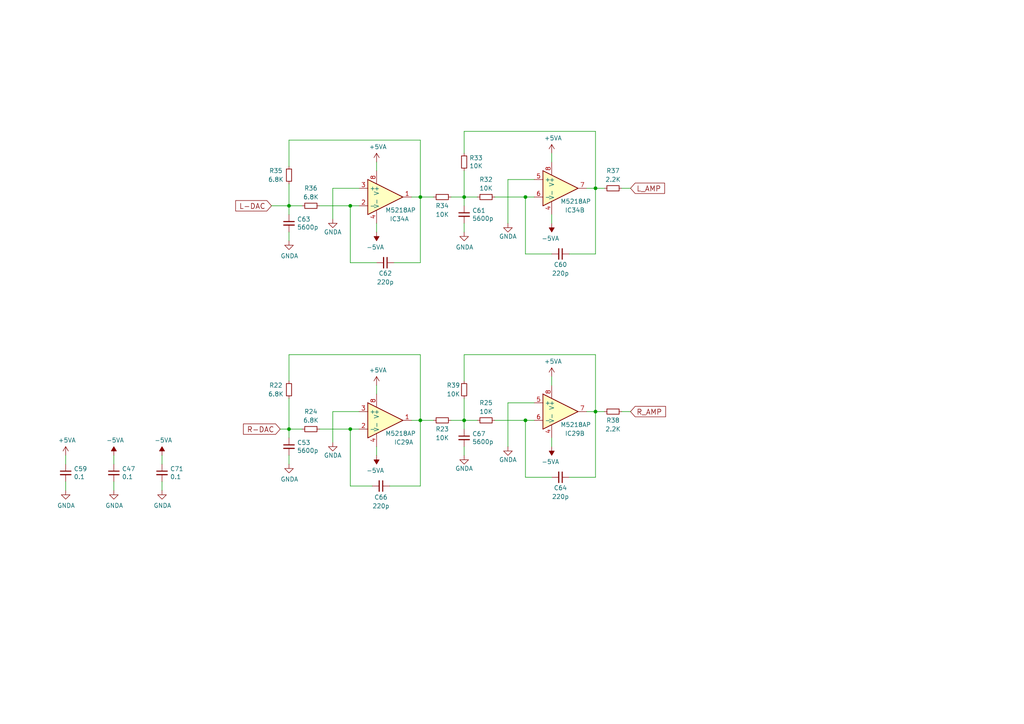
<source format=kicad_sch>
(kicad_sch (version 20211123) (generator eeschema)

  (uuid b0b40da2-8918-4f0b-b11b-1408b929feb5)

  (paper "A4")

  (title_block
    (title "LAPC-I Clone")
  )

  (lib_symbols
    (symbol "Device:C_Small" (pin_numbers hide) (pin_names (offset 0.254) hide) (in_bom yes) (on_board yes)
      (property "Reference" "C" (id 0) (at 0.254 1.778 0)
        (effects (font (size 1.27 1.27)) (justify left))
      )
      (property "Value" "C_Small" (id 1) (at 0.254 -2.032 0)
        (effects (font (size 1.27 1.27)) (justify left))
      )
      (property "Footprint" "" (id 2) (at 0 0 0)
        (effects (font (size 1.27 1.27)) hide)
      )
      (property "Datasheet" "~" (id 3) (at 0 0 0)
        (effects (font (size 1.27 1.27)) hide)
      )
      (property "ki_keywords" "capacitor cap" (id 4) (at 0 0 0)
        (effects (font (size 1.27 1.27)) hide)
      )
      (property "ki_description" "Unpolarized capacitor, small symbol" (id 5) (at 0 0 0)
        (effects (font (size 1.27 1.27)) hide)
      )
      (property "ki_fp_filters" "C_*" (id 6) (at 0 0 0)
        (effects (font (size 1.27 1.27)) hide)
      )
      (symbol "C_Small_0_1"
        (polyline
          (pts
            (xy -1.524 -0.508)
            (xy 1.524 -0.508)
          )
          (stroke (width 0.3302) (type default) (color 0 0 0 0))
          (fill (type none))
        )
        (polyline
          (pts
            (xy -1.524 0.508)
            (xy 1.524 0.508)
          )
          (stroke (width 0.3048) (type default) (color 0 0 0 0))
          (fill (type none))
        )
      )
      (symbol "C_Small_1_1"
        (pin passive line (at 0 2.54 270) (length 2.032)
          (name "~" (effects (font (size 1.27 1.27))))
          (number "1" (effects (font (size 1.27 1.27))))
        )
        (pin passive line (at 0 -2.54 90) (length 2.032)
          (name "~" (effects (font (size 1.27 1.27))))
          (number "2" (effects (font (size 1.27 1.27))))
        )
      )
    )
    (symbol "Device:R_Small" (pin_numbers hide) (pin_names (offset 0.254) hide) (in_bom yes) (on_board yes)
      (property "Reference" "R" (id 0) (at 0.762 0.508 0)
        (effects (font (size 1.27 1.27)) (justify left))
      )
      (property "Value" "R_Small" (id 1) (at 0.762 -1.016 0)
        (effects (font (size 1.27 1.27)) (justify left))
      )
      (property "Footprint" "" (id 2) (at 0 0 0)
        (effects (font (size 1.27 1.27)) hide)
      )
      (property "Datasheet" "~" (id 3) (at 0 0 0)
        (effects (font (size 1.27 1.27)) hide)
      )
      (property "ki_keywords" "R resistor" (id 4) (at 0 0 0)
        (effects (font (size 1.27 1.27)) hide)
      )
      (property "ki_description" "Resistor, small symbol" (id 5) (at 0 0 0)
        (effects (font (size 1.27 1.27)) hide)
      )
      (property "ki_fp_filters" "R_*" (id 6) (at 0 0 0)
        (effects (font (size 1.27 1.27)) hide)
      )
      (symbol "R_Small_0_1"
        (rectangle (start -0.762 1.778) (end 0.762 -1.778)
          (stroke (width 0.2032) (type default) (color 0 0 0 0))
          (fill (type none))
        )
      )
      (symbol "R_Small_1_1"
        (pin passive line (at 0 2.54 270) (length 0.762)
          (name "~" (effects (font (size 1.27 1.27))))
          (number "1" (effects (font (size 1.27 1.27))))
        )
        (pin passive line (at 0 -2.54 90) (length 0.762)
          (name "~" (effects (font (size 1.27 1.27))))
          (number "2" (effects (font (size 1.27 1.27))))
        )
      )
    )
    (symbol "lapci_clone:M5218AP" (in_bom yes) (on_board yes)
      (property "Reference" "U" (id 0) (at 0 5.08 0)
        (effects (font (size 1.27 1.27)) (justify left))
      )
      (property "Value" "M5218AP" (id 1) (at 0 -5.08 0)
        (effects (font (size 1.27 1.27)) (justify left))
      )
      (property "Footprint" "Package_DIP:DIP-8_W7.62mm" (id 2) (at -1.27 2.54 0)
        (effects (font (size 1.27 1.27)) hide)
      )
      (property "Datasheet" "" (id 3) (at 1.27 5.08 0)
        (effects (font (size 1.27 1.27)) hide)
      )
      (symbol "M5218AP_0_1"
        (polyline
          (pts
            (xy -5.08 5.08)
            (xy 5.08 0)
            (xy -5.08 -5.08)
            (xy -5.08 5.08)
          )
          (stroke (width 0.254) (type default) (color 0 0 0 0))
          (fill (type background))
        )
        (pin power_in line (at -2.54 -7.62 90) (length 3.81)
          (name "V-" (effects (font (size 1.27 1.27))))
          (number "4" (effects (font (size 1.27 1.27))))
        )
        (pin power_in line (at -2.54 7.62 270) (length 3.81)
          (name "V+" (effects (font (size 1.27 1.27))))
          (number "8" (effects (font (size 1.27 1.27))))
        )
      )
      (symbol "M5218AP_1_1"
        (pin output line (at 7.62 0 180) (length 2.54)
          (name "~" (effects (font (size 1.27 1.27))))
          (number "1" (effects (font (size 1.27 1.27))))
        )
        (pin input line (at -7.62 -2.54 0) (length 2.54)
          (name "-" (effects (font (size 1.27 1.27))))
          (number "2" (effects (font (size 1.27 1.27))))
        )
        (pin input line (at -7.62 2.54 0) (length 2.54)
          (name "+" (effects (font (size 1.27 1.27))))
          (number "3" (effects (font (size 1.27 1.27))))
        )
      )
      (symbol "M5218AP_2_1"
        (pin input line (at -7.62 2.54 0) (length 2.54)
          (name "+" (effects (font (size 1.27 1.27))))
          (number "5" (effects (font (size 1.27 1.27))))
        )
        (pin input line (at -7.62 -2.54 0) (length 2.54)
          (name "-" (effects (font (size 1.27 1.27))))
          (number "6" (effects (font (size 1.27 1.27))))
        )
        (pin output line (at 7.62 0 180) (length 2.54)
          (name "~" (effects (font (size 1.27 1.27))))
          (number "7" (effects (font (size 1.27 1.27))))
        )
      )
    )
    (symbol "power:+5VA" (power) (pin_names (offset 0)) (in_bom yes) (on_board yes)
      (property "Reference" "#PWR" (id 0) (at 0 -3.81 0)
        (effects (font (size 1.27 1.27)) hide)
      )
      (property "Value" "+5VA" (id 1) (at 0 3.556 0)
        (effects (font (size 1.27 1.27)))
      )
      (property "Footprint" "" (id 2) (at 0 0 0)
        (effects (font (size 1.27 1.27)) hide)
      )
      (property "Datasheet" "" (id 3) (at 0 0 0)
        (effects (font (size 1.27 1.27)) hide)
      )
      (property "ki_keywords" "power-flag" (id 4) (at 0 0 0)
        (effects (font (size 1.27 1.27)) hide)
      )
      (property "ki_description" "Power symbol creates a global label with name \"+5VA\"" (id 5) (at 0 0 0)
        (effects (font (size 1.27 1.27)) hide)
      )
      (symbol "+5VA_0_1"
        (polyline
          (pts
            (xy -0.762 1.27)
            (xy 0 2.54)
          )
          (stroke (width 0) (type default) (color 0 0 0 0))
          (fill (type none))
        )
        (polyline
          (pts
            (xy 0 0)
            (xy 0 2.54)
          )
          (stroke (width 0) (type default) (color 0 0 0 0))
          (fill (type none))
        )
        (polyline
          (pts
            (xy 0 2.54)
            (xy 0.762 1.27)
          )
          (stroke (width 0) (type default) (color 0 0 0 0))
          (fill (type none))
        )
      )
      (symbol "+5VA_1_1"
        (pin power_in line (at 0 0 90) (length 0) hide
          (name "+5VA" (effects (font (size 1.27 1.27))))
          (number "1" (effects (font (size 1.27 1.27))))
        )
      )
    )
    (symbol "power:-5VA" (power) (pin_names (offset 0)) (in_bom yes) (on_board yes)
      (property "Reference" "#PWR" (id 0) (at 0 2.54 0)
        (effects (font (size 1.27 1.27)) hide)
      )
      (property "Value" "-5VA" (id 1) (at 0 3.81 0)
        (effects (font (size 1.27 1.27)))
      )
      (property "Footprint" "" (id 2) (at 0 0 0)
        (effects (font (size 1.27 1.27)) hide)
      )
      (property "Datasheet" "" (id 3) (at 0 0 0)
        (effects (font (size 1.27 1.27)) hide)
      )
      (property "ki_keywords" "power-flag" (id 4) (at 0 0 0)
        (effects (font (size 1.27 1.27)) hide)
      )
      (property "ki_description" "Power symbol creates a global label with name \"-5VA\"" (id 5) (at 0 0 0)
        (effects (font (size 1.27 1.27)) hide)
      )
      (symbol "-5VA_0_0"
        (pin power_in line (at 0 0 90) (length 0) hide
          (name "-5VA" (effects (font (size 1.27 1.27))))
          (number "1" (effects (font (size 1.27 1.27))))
        )
      )
      (symbol "-5VA_0_1"
        (polyline
          (pts
            (xy 0 0)
            (xy 0 1.27)
            (xy 0.762 1.27)
            (xy 0 2.54)
            (xy -0.762 1.27)
            (xy 0 1.27)
          )
          (stroke (width 0) (type default) (color 0 0 0 0))
          (fill (type outline))
        )
      )
    )
    (symbol "power:GNDA" (power) (pin_names (offset 0)) (in_bom yes) (on_board yes)
      (property "Reference" "#PWR" (id 0) (at 0 -6.35 0)
        (effects (font (size 1.27 1.27)) hide)
      )
      (property "Value" "GNDA" (id 1) (at 0 -3.81 0)
        (effects (font (size 1.27 1.27)))
      )
      (property "Footprint" "" (id 2) (at 0 0 0)
        (effects (font (size 1.27 1.27)) hide)
      )
      (property "Datasheet" "" (id 3) (at 0 0 0)
        (effects (font (size 1.27 1.27)) hide)
      )
      (property "ki_keywords" "power-flag" (id 4) (at 0 0 0)
        (effects (font (size 1.27 1.27)) hide)
      )
      (property "ki_description" "Power symbol creates a global label with name \"GNDA\" , analog ground" (id 5) (at 0 0 0)
        (effects (font (size 1.27 1.27)) hide)
      )
      (symbol "GNDA_0_1"
        (polyline
          (pts
            (xy 0 0)
            (xy 0 -1.27)
            (xy 1.27 -1.27)
            (xy 0 -2.54)
            (xy -1.27 -1.27)
            (xy 0 -1.27)
          )
          (stroke (width 0) (type default) (color 0 0 0 0))
          (fill (type none))
        )
      )
      (symbol "GNDA_1_1"
        (pin power_in line (at 0 0 270) (length 0) hide
          (name "GNDA" (effects (font (size 1.27 1.27))))
          (number "1" (effects (font (size 1.27 1.27))))
        )
      )
    )
  )

  (junction (at 172.72 54.61) (diameter 0) (color 0 0 0 0)
    (uuid 111c2bf6-9865-4ea4-a9f9-1702355a872d)
  )
  (junction (at 83.82 124.46) (diameter 0) (color 0 0 0 0)
    (uuid 1e0743f9-25f1-4e27-8ba3-1bbc1755dc6c)
  )
  (junction (at 121.92 57.15) (diameter 0) (color 0 0 0 0)
    (uuid 310e28e7-f7b1-4197-b25d-4003c7dcabae)
  )
  (junction (at 152.4 121.92) (diameter 0) (color 0 0 0 0)
    (uuid 45b2cd71-50dd-4f61-80ce-9a5382fe6dd4)
  )
  (junction (at 172.72 119.38) (diameter 0) (color 0 0 0 0)
    (uuid 481d8c49-260f-40f8-9d7a-177fecb9140f)
  )
  (junction (at 152.4 57.15) (diameter 0) (color 0 0 0 0)
    (uuid 494a6b97-f33e-4834-b724-0c3a3ff54317)
  )
  (junction (at 134.62 57.15) (diameter 0) (color 0 0 0 0)
    (uuid 4dfbe524-132d-43d4-8ae0-9aa2f72df70b)
  )
  (junction (at 101.6 124.46) (diameter 0) (color 0 0 0 0)
    (uuid 57a07bfe-e0c8-4178-9efc-c658d0aa0c5b)
  )
  (junction (at 83.82 59.69) (diameter 0) (color 0 0 0 0)
    (uuid 971c1271-0f6f-46b9-8494-7107930ab4af)
  )
  (junction (at 134.62 121.92) (diameter 0) (color 0 0 0 0)
    (uuid a56d1fde-b4ad-42de-a848-9c94bc0cbe09)
  )
  (junction (at 121.92 121.92) (diameter 0) (color 0 0 0 0)
    (uuid c77559f1-9310-438e-bb42-9cac3de0d116)
  )
  (junction (at 101.6 59.69) (diameter 0) (color 0 0 0 0)
    (uuid cdb2878b-f702-4635-9e4c-1cc8cfe5a84c)
  )

  (wire (pts (xy 78.74 59.69) (xy 83.82 59.69))
    (stroke (width 0) (type default) (color 0 0 0 0))
    (uuid 03ae5596-bc68-4919-b712-a127d93338cc)
  )
  (wire (pts (xy 96.52 54.61) (xy 104.14 54.61))
    (stroke (width 0) (type default) (color 0 0 0 0))
    (uuid 06691abe-4a61-4d84-ab64-63ace23bf8b5)
  )
  (wire (pts (xy 101.6 124.46) (xy 104.14 124.46))
    (stroke (width 0) (type default) (color 0 0 0 0))
    (uuid 0850d44a-6bde-4886-b872-ef2fda5e1590)
  )
  (wire (pts (xy 134.62 44.45) (xy 134.62 38.1))
    (stroke (width 0) (type default) (color 0 0 0 0))
    (uuid 1002411f-a485-468c-981b-cec2ce41d8bd)
  )
  (wire (pts (xy 83.82 102.87) (xy 121.92 102.87))
    (stroke (width 0) (type default) (color 0 0 0 0))
    (uuid 11896c2c-8771-4362-a4aa-2f8901fb1bc7)
  )
  (wire (pts (xy 119.38 121.92) (xy 121.92 121.92))
    (stroke (width 0) (type default) (color 0 0 0 0))
    (uuid 12eac6d1-24b8-4ea7-b275-251ba8bf5245)
  )
  (wire (pts (xy 134.62 121.92) (xy 138.43 121.92))
    (stroke (width 0) (type default) (color 0 0 0 0))
    (uuid 190829cf-8172-400f-bba0-21761cc942eb)
  )
  (wire (pts (xy 134.62 38.1) (xy 172.72 38.1))
    (stroke (width 0) (type default) (color 0 0 0 0))
    (uuid 1a0c5194-0d7e-4fcc-a11d-049fac80c4dc)
  )
  (wire (pts (xy 121.92 40.64) (xy 83.82 40.64))
    (stroke (width 0) (type default) (color 0 0 0 0))
    (uuid 1aa01b33-85ec-45ea-bfaa-b88738576f2f)
  )
  (wire (pts (xy 165.1 138.43) (xy 172.72 138.43))
    (stroke (width 0) (type default) (color 0 0 0 0))
    (uuid 1b6f5437-7cc3-4fb0-a914-07fa3cdc968c)
  )
  (wire (pts (xy 147.32 52.07) (xy 147.32 64.77))
    (stroke (width 0) (type default) (color 0 0 0 0))
    (uuid 1b73c962-e471-4ec3-ab97-9114c97a5609)
  )
  (wire (pts (xy 160.02 109.22) (xy 160.02 111.76))
    (stroke (width 0) (type default) (color 0 0 0 0))
    (uuid 1c6c46b2-dd9e-430f-85e9-621815ceca94)
  )
  (wire (pts (xy 172.72 138.43) (xy 172.72 119.38))
    (stroke (width 0) (type default) (color 0 0 0 0))
    (uuid 226748a0-9c54-4438-a724-741c7846a7bf)
  )
  (wire (pts (xy 152.4 57.15) (xy 152.4 73.66))
    (stroke (width 0) (type default) (color 0 0 0 0))
    (uuid 24e41c56-597e-4023-adfa-f1d5bfd2a519)
  )
  (wire (pts (xy 170.18 119.38) (xy 172.72 119.38))
    (stroke (width 0) (type default) (color 0 0 0 0))
    (uuid 28aab436-a04a-4f1d-a887-4f09513fdc8a)
  )
  (wire (pts (xy 96.52 119.38) (xy 104.14 119.38))
    (stroke (width 0) (type default) (color 0 0 0 0))
    (uuid 2a6f1b1e-6809-43d7-b0c5-e4424e33d333)
  )
  (wire (pts (xy 83.82 102.87) (xy 83.82 110.49))
    (stroke (width 0) (type default) (color 0 0 0 0))
    (uuid 2df83ebe-1ddf-4544-b413-d0b7b3d7c49e)
  )
  (wire (pts (xy 172.72 102.87) (xy 172.72 119.38))
    (stroke (width 0) (type default) (color 0 0 0 0))
    (uuid 2edba9d3-c333-4296-851f-3df46822dd7b)
  )
  (wire (pts (xy 83.82 124.46) (xy 87.63 124.46))
    (stroke (width 0) (type default) (color 0 0 0 0))
    (uuid 2f9c4e12-0101-4393-8a50-030440ea6a07)
  )
  (wire (pts (xy 101.6 59.69) (xy 92.71 59.69))
    (stroke (width 0) (type default) (color 0 0 0 0))
    (uuid 311a70eb-5859-4da6-8fe4-344b06368e0f)
  )
  (wire (pts (xy 109.22 46.99) (xy 109.22 49.53))
    (stroke (width 0) (type default) (color 0 0 0 0))
    (uuid 33193802-955d-4a94-98cf-a3ed27526865)
  )
  (wire (pts (xy 109.22 111.76) (xy 109.22 114.3))
    (stroke (width 0) (type default) (color 0 0 0 0))
    (uuid 3520b9bf-2dfc-4868-a650-86ff98682e83)
  )
  (wire (pts (xy 121.92 140.97) (xy 113.03 140.97))
    (stroke (width 0) (type default) (color 0 0 0 0))
    (uuid 3bced514-7c6a-4929-a2f4-97c9dfd34def)
  )
  (wire (pts (xy 121.92 102.87) (xy 121.92 121.92))
    (stroke (width 0) (type default) (color 0 0 0 0))
    (uuid 3e1cb3e4-d855-414e-b1ff-d8f86a215960)
  )
  (wire (pts (xy 92.71 124.46) (xy 101.6 124.46))
    (stroke (width 0) (type default) (color 0 0 0 0))
    (uuid 3e82ba62-7189-4489-87d5-60db49657901)
  )
  (wire (pts (xy 134.62 121.92) (xy 134.62 124.46))
    (stroke (width 0) (type default) (color 0 0 0 0))
    (uuid 3fe74e96-d630-4db9-83b3-437a4cba15b4)
  )
  (wire (pts (xy 143.51 57.15) (xy 152.4 57.15))
    (stroke (width 0) (type default) (color 0 0 0 0))
    (uuid 415d6a7d-98b2-4d17-b46f-6f38749a3ba2)
  )
  (wire (pts (xy 121.92 57.15) (xy 121.92 40.64))
    (stroke (width 0) (type default) (color 0 0 0 0))
    (uuid 4362e6ac-6290-4071-922f-911c69fdd561)
  )
  (wire (pts (xy 81.28 124.46) (xy 83.82 124.46))
    (stroke (width 0) (type default) (color 0 0 0 0))
    (uuid 443b842e-cdd6-495f-a7fb-0cef04c17274)
  )
  (wire (pts (xy 180.34 54.61) (xy 182.88 54.61))
    (stroke (width 0) (type default) (color 0 0 0 0))
    (uuid 446c08d7-8986-4d18-8f0f-30d613706dfc)
  )
  (wire (pts (xy 134.62 64.77) (xy 134.62 67.31))
    (stroke (width 0) (type default) (color 0 0 0 0))
    (uuid 4b8ea754-7305-433d-91ba-90a4340e15a7)
  )
  (wire (pts (xy 83.82 40.64) (xy 83.82 48.26))
    (stroke (width 0) (type default) (color 0 0 0 0))
    (uuid 4d759aa0-1145-43ae-a507-a45f6fc89e2a)
  )
  (wire (pts (xy 109.22 129.54) (xy 109.22 132.08))
    (stroke (width 0) (type default) (color 0 0 0 0))
    (uuid 506110af-ac51-4501-bfa6-1552a848d599)
  )
  (wire (pts (xy 147.32 116.84) (xy 147.32 129.54))
    (stroke (width 0) (type default) (color 0 0 0 0))
    (uuid 510813ff-4301-4d7b-b640-805049ac6194)
  )
  (wire (pts (xy 134.62 57.15) (xy 138.43 57.15))
    (stroke (width 0) (type default) (color 0 0 0 0))
    (uuid 52fe3400-bf18-4fe5-aa6e-2be779b65697)
  )
  (wire (pts (xy 134.62 129.54) (xy 134.62 132.08))
    (stroke (width 0) (type default) (color 0 0 0 0))
    (uuid 5379d081-922a-4828-9d43-7b2f2572d06c)
  )
  (wire (pts (xy 152.4 73.66) (xy 160.02 73.66))
    (stroke (width 0) (type default) (color 0 0 0 0))
    (uuid 5632ff9d-82e3-45b5-a86b-5a4683beef51)
  )
  (wire (pts (xy 83.82 59.69) (xy 83.82 62.23))
    (stroke (width 0) (type default) (color 0 0 0 0))
    (uuid 570ee06f-38f1-44a9-ae2b-f08cf56305e0)
  )
  (wire (pts (xy 160.02 44.45) (xy 160.02 46.99))
    (stroke (width 0) (type default) (color 0 0 0 0))
    (uuid 5bf032d7-1ed3-461e-8d9e-98362eeab2a2)
  )
  (wire (pts (xy 134.62 57.15) (xy 134.62 59.69))
    (stroke (width 0) (type default) (color 0 0 0 0))
    (uuid 5c080aa7-74cc-491d-a4fa-a35e9d41b2a9)
  )
  (wire (pts (xy 172.72 119.38) (xy 175.26 119.38))
    (stroke (width 0) (type default) (color 0 0 0 0))
    (uuid 5cdb2718-315e-4c06-804f-561b680e75ba)
  )
  (wire (pts (xy 134.62 110.49) (xy 134.62 102.87))
    (stroke (width 0) (type default) (color 0 0 0 0))
    (uuid 5d9cc826-4756-4365-b769-24e883398d0a)
  )
  (wire (pts (xy 143.51 121.92) (xy 152.4 121.92))
    (stroke (width 0) (type default) (color 0 0 0 0))
    (uuid 5ea450c5-c799-4c49-a77b-90af3b812ea4)
  )
  (wire (pts (xy 152.4 138.43) (xy 160.02 138.43))
    (stroke (width 0) (type default) (color 0 0 0 0))
    (uuid 5edbc061-8621-4c13-864b-a2a2b212044e)
  )
  (wire (pts (xy 172.72 73.66) (xy 172.72 54.61))
    (stroke (width 0) (type default) (color 0 0 0 0))
    (uuid 6b1d6bcd-1928-474b-8dbd-6dab746597ca)
  )
  (wire (pts (xy 147.32 116.84) (xy 154.94 116.84))
    (stroke (width 0) (type default) (color 0 0 0 0))
    (uuid 6e23d37a-3804-4cb0-9f56-ede150eedda5)
  )
  (wire (pts (xy 152.4 57.15) (xy 154.94 57.15))
    (stroke (width 0) (type default) (color 0 0 0 0))
    (uuid 7112d2ae-7915-4f1a-aae6-e71244f669d8)
  )
  (wire (pts (xy 134.62 115.57) (xy 134.62 121.92))
    (stroke (width 0) (type default) (color 0 0 0 0))
    (uuid 730780c7-40bd-484b-b640-ae047209b478)
  )
  (wire (pts (xy 33.02 134.62) (xy 33.02 132.08))
    (stroke (width 0) (type default) (color 0 0 0 0))
    (uuid 78502c21-b204-41a4-a74c-663a74be7530)
  )
  (wire (pts (xy 121.92 57.15) (xy 125.73 57.15))
    (stroke (width 0) (type default) (color 0 0 0 0))
    (uuid 7ab8aff0-29e4-4be7-af1f-6a97b7752e20)
  )
  (wire (pts (xy 109.22 64.77) (xy 109.22 67.31))
    (stroke (width 0) (type default) (color 0 0 0 0))
    (uuid 7d6a83ee-b39d-480d-9568-6e909628ec27)
  )
  (wire (pts (xy 121.92 76.2) (xy 114.3 76.2))
    (stroke (width 0) (type default) (color 0 0 0 0))
    (uuid 80f56a42-ff05-4345-8ffd-85584fdb3701)
  )
  (wire (pts (xy 160.02 62.23) (xy 160.02 64.77))
    (stroke (width 0) (type default) (color 0 0 0 0))
    (uuid 86856bef-d161-4600-b8d6-44f81ad42b7c)
  )
  (wire (pts (xy 121.92 121.92) (xy 125.73 121.92))
    (stroke (width 0) (type default) (color 0 0 0 0))
    (uuid 8a118e01-ce68-4cb9-aa2c-69460d69aea9)
  )
  (wire (pts (xy 121.92 57.15) (xy 121.92 76.2))
    (stroke (width 0) (type default) (color 0 0 0 0))
    (uuid 8c65d639-2c7e-432d-bc2d-cd7263d4f689)
  )
  (wire (pts (xy 19.05 139.7) (xy 19.05 142.24))
    (stroke (width 0) (type default) (color 0 0 0 0))
    (uuid 93b580d1-c2df-48c4-9d06-465ca9d3eebc)
  )
  (wire (pts (xy 130.81 57.15) (xy 134.62 57.15))
    (stroke (width 0) (type default) (color 0 0 0 0))
    (uuid 975ad921-d330-495d-a812-58638ba9e7c7)
  )
  (wire (pts (xy 46.99 139.7) (xy 46.99 142.24))
    (stroke (width 0) (type default) (color 0 0 0 0))
    (uuid 97816a30-8562-4b40-bfd6-82faaadf14b2)
  )
  (wire (pts (xy 134.62 102.87) (xy 172.72 102.87))
    (stroke (width 0) (type default) (color 0 0 0 0))
    (uuid 97db24fe-c1f7-4f86-9060-dc632af2d885)
  )
  (wire (pts (xy 160.02 127) (xy 160.02 129.54))
    (stroke (width 0) (type default) (color 0 0 0 0))
    (uuid 9c7af13e-949e-4a55-a6b7-45ef51b4f106)
  )
  (wire (pts (xy 83.82 53.34) (xy 83.82 59.69))
    (stroke (width 0) (type default) (color 0 0 0 0))
    (uuid 9c8b409b-0d1b-49e5-8fed-acd83e0e8b3e)
  )
  (wire (pts (xy 19.05 132.08) (xy 19.05 134.62))
    (stroke (width 0) (type default) (color 0 0 0 0))
    (uuid a1bbbcb7-3394-4d47-a7e2-c5aca5915b62)
  )
  (wire (pts (xy 83.82 67.31) (xy 83.82 69.85))
    (stroke (width 0) (type default) (color 0 0 0 0))
    (uuid ab15be4c-1efb-422a-9053-a5c97ba751b0)
  )
  (wire (pts (xy 130.81 121.92) (xy 134.62 121.92))
    (stroke (width 0) (type default) (color 0 0 0 0))
    (uuid ab3e0d45-ad5b-42a1-ab02-8fee32ad804e)
  )
  (wire (pts (xy 83.82 132.08) (xy 83.82 134.62))
    (stroke (width 0) (type default) (color 0 0 0 0))
    (uuid af4e708f-3ecb-432a-8234-bc33a136a64e)
  )
  (wire (pts (xy 33.02 139.7) (xy 33.02 142.24))
    (stroke (width 0) (type default) (color 0 0 0 0))
    (uuid b2561a4b-5655-4b54-95c4-147a5b85fc10)
  )
  (wire (pts (xy 170.18 54.61) (xy 172.72 54.61))
    (stroke (width 0) (type default) (color 0 0 0 0))
    (uuid b9f8ba78-9b7b-4a7c-8351-c9f145a140ab)
  )
  (wire (pts (xy 96.52 63.5) (xy 96.52 54.61))
    (stroke (width 0) (type default) (color 0 0 0 0))
    (uuid be78c320-66c9-47db-84c6-e07682b2c3ee)
  )
  (wire (pts (xy 83.82 59.69) (xy 87.63 59.69))
    (stroke (width 0) (type default) (color 0 0 0 0))
    (uuid cd74d053-e62a-45a3-9f24-631862f85655)
  )
  (wire (pts (xy 101.6 59.69) (xy 101.6 76.2))
    (stroke (width 0) (type default) (color 0 0 0 0))
    (uuid d0823f78-79d3-470b-87e6-694e750395bc)
  )
  (wire (pts (xy 101.6 76.2) (xy 109.22 76.2))
    (stroke (width 0) (type default) (color 0 0 0 0))
    (uuid d0b8883f-56d3-436a-a178-a658388f963b)
  )
  (wire (pts (xy 134.62 49.53) (xy 134.62 57.15))
    (stroke (width 0) (type default) (color 0 0 0 0))
    (uuid d0f11060-bc65-49c7-b1f8-1ffca12c5c16)
  )
  (wire (pts (xy 172.72 54.61) (xy 175.26 54.61))
    (stroke (width 0) (type default) (color 0 0 0 0))
    (uuid d18dfc73-4f65-499b-85e8-0e65b03fabb2)
  )
  (wire (pts (xy 180.34 119.38) (xy 182.88 119.38))
    (stroke (width 0) (type default) (color 0 0 0 0))
    (uuid d75f1379-cf40-49b3-9b28-2d291ed900e9)
  )
  (wire (pts (xy 101.6 124.46) (xy 101.6 140.97))
    (stroke (width 0) (type default) (color 0 0 0 0))
    (uuid dbc9643b-8b89-4ff3-80f6-063535be3753)
  )
  (wire (pts (xy 46.99 134.62) (xy 46.99 132.08))
    (stroke (width 0) (type default) (color 0 0 0 0))
    (uuid dc4bf440-2891-440b-98cc-4ec7ceadee72)
  )
  (wire (pts (xy 165.1 73.66) (xy 172.72 73.66))
    (stroke (width 0) (type default) (color 0 0 0 0))
    (uuid e41ebddf-cb62-48cb-abb2-1cc22a5eecdd)
  )
  (wire (pts (xy 83.82 124.46) (xy 83.82 127))
    (stroke (width 0) (type default) (color 0 0 0 0))
    (uuid e5e10b7e-d4e1-472a-acd2-b7ba1a3292f0)
  )
  (wire (pts (xy 147.32 52.07) (xy 154.94 52.07))
    (stroke (width 0) (type default) (color 0 0 0 0))
    (uuid e5ef96dd-e14b-40bb-acac-746f5d3aee37)
  )
  (wire (pts (xy 119.38 57.15) (xy 121.92 57.15))
    (stroke (width 0) (type default) (color 0 0 0 0))
    (uuid ec15bc3b-566a-44e3-a715-82c18713a059)
  )
  (wire (pts (xy 152.4 121.92) (xy 154.94 121.92))
    (stroke (width 0) (type default) (color 0 0 0 0))
    (uuid ef996d8d-e885-4c54-b48b-e12cd0bd7e8e)
  )
  (wire (pts (xy 152.4 121.92) (xy 152.4 138.43))
    (stroke (width 0) (type default) (color 0 0 0 0))
    (uuid f09eeb0b-a016-4287-8ed5-683b4c4b51a3)
  )
  (wire (pts (xy 104.14 59.69) (xy 101.6 59.69))
    (stroke (width 0) (type default) (color 0 0 0 0))
    (uuid f47ba0cc-ecae-4aef-a30d-acee22ce59db)
  )
  (wire (pts (xy 101.6 140.97) (xy 107.95 140.97))
    (stroke (width 0) (type default) (color 0 0 0 0))
    (uuid f508a62c-3c21-46de-b321-51b8800cff11)
  )
  (wire (pts (xy 172.72 38.1) (xy 172.72 54.61))
    (stroke (width 0) (type default) (color 0 0 0 0))
    (uuid fb7d0d2c-09e5-46e0-8091-1901472a84d1)
  )
  (wire (pts (xy 83.82 115.57) (xy 83.82 124.46))
    (stroke (width 0) (type default) (color 0 0 0 0))
    (uuid fd52c1ac-e295-4f41-943d-ac9b91f9f1bf)
  )
  (wire (pts (xy 121.92 121.92) (xy 121.92 140.97))
    (stroke (width 0) (type default) (color 0 0 0 0))
    (uuid fedb7d4b-8ca2-493c-b9a1-22e781d6d436)
  )
  (wire (pts (xy 96.52 128.27) (xy 96.52 119.38))
    (stroke (width 0) (type default) (color 0 0 0 0))
    (uuid ff579cc0-821d-40ca-8f3d-8708c2d87acb)
  )

  (global_label "R_AMP" (shape input) (at 182.88 119.38 0) (fields_autoplaced)
    (effects (font (size 1.524 1.524)) (justify left))
    (uuid 83226cf4-4bcb-4755-8744-16fd92f3a724)
    (property "Intersheet References" "${INTERSHEET_REFS}" (id 0) (at 0 0 0)
      (effects (font (size 1.27 1.27)) hide)
    )
  )
  (global_label "L-DAC" (shape input) (at 78.74 59.69 180) (fields_autoplaced)
    (effects (font (size 1.524 1.524)) (justify right))
    (uuid 88b7d164-35a2-420d-9da6-a56db04f962b)
    (property "Intersheet References" "${INTERSHEET_REFS}" (id 0) (at 0 0 0)
      (effects (font (size 1.27 1.27)) hide)
    )
  )
  (global_label "R-DAC" (shape input) (at 81.28 124.46 180) (fields_autoplaced)
    (effects (font (size 1.524 1.524)) (justify right))
    (uuid d2f72b7f-67e2-4cf3-9de6-340a26ecf95b)
    (property "Intersheet References" "${INTERSHEET_REFS}" (id 0) (at 0 0 0)
      (effects (font (size 1.27 1.27)) hide)
    )
  )
  (global_label "L_AMP" (shape input) (at 182.88 54.61 0) (fields_autoplaced)
    (effects (font (size 1.524 1.524)) (justify left))
    (uuid dad24ddf-e25d-4aa8-b795-2adc252edc45)
    (property "Intersheet References" "${INTERSHEET_REFS}" (id 0) (at 0 0 0)
      (effects (font (size 1.27 1.27)) hide)
    )
  )

  (symbol (lib_id "power:GNDA") (at 96.52 128.27 0) (unit 1)
    (in_bom yes) (on_board yes)
    (uuid 00000000-0000-0000-0000-00005b40942d)
    (property "Reference" "#PWR0183" (id 0) (at 96.52 134.62 0)
      (effects (font (size 1.27 1.27)) hide)
    )
    (property "Value" "GNDA" (id 1) (at 96.52 132.08 0))
    (property "Footprint" "" (id 2) (at 96.52 128.27 0)
      (effects (font (size 1.27 1.27)) hide)
    )
    (property "Datasheet" "" (id 3) (at 96.52 128.27 0)
      (effects (font (size 1.27 1.27)) hide)
    )
    (pin "1" (uuid 0709d66d-72df-4635-b591-9edf610cc916))
  )

  (symbol (lib_id "power:GNDA") (at 147.32 129.54 0) (unit 1)
    (in_bom yes) (on_board yes)
    (uuid 00000000-0000-0000-0000-00005b40943f)
    (property "Reference" "#PWR0184" (id 0) (at 147.32 135.89 0)
      (effects (font (size 1.27 1.27)) hide)
    )
    (property "Value" "GNDA" (id 1) (at 147.32 133.35 0))
    (property "Footprint" "" (id 2) (at 147.32 129.54 0)
      (effects (font (size 1.27 1.27)) hide)
    )
    (property "Datasheet" "" (id 3) (at 147.32 129.54 0)
      (effects (font (size 1.27 1.27)) hide)
    )
    (pin "1" (uuid 07e203e8-4e6b-42c0-a31f-06ebaa0c501a))
  )

  (symbol (lib_id "power:GNDA") (at 134.62 132.08 0) (unit 1)
    (in_bom yes) (on_board yes)
    (uuid 00000000-0000-0000-0000-00005b40a022)
    (property "Reference" "#PWR0181" (id 0) (at 134.62 138.43 0)
      (effects (font (size 1.27 1.27)) hide)
    )
    (property "Value" "GNDA" (id 1) (at 134.62 135.89 0))
    (property "Footprint" "" (id 2) (at 134.62 132.08 0)
      (effects (font (size 1.27 1.27)) hide)
    )
    (property "Datasheet" "" (id 3) (at 134.62 132.08 0)
      (effects (font (size 1.27 1.27)) hide)
    )
    (pin "1" (uuid 7e8f146e-a47e-4160-ad0a-f84914b77dd5))
  )

  (symbol (lib_id "power:GNDA") (at 147.32 64.77 0) (unit 1)
    (in_bom yes) (on_board yes)
    (uuid 00000000-0000-0000-0000-00005b40aa36)
    (property "Reference" "#PWR0182" (id 0) (at 147.32 71.12 0)
      (effects (font (size 1.27 1.27)) hide)
    )
    (property "Value" "GNDA" (id 1) (at 147.32 68.58 0))
    (property "Footprint" "" (id 2) (at 147.32 64.77 0)
      (effects (font (size 1.27 1.27)) hide)
    )
    (property "Datasheet" "" (id 3) (at 147.32 64.77 0)
      (effects (font (size 1.27 1.27)) hide)
    )
    (pin "1" (uuid 94b23043-54f0-4b0e-b646-670be6c74761))
  )

  (symbol (lib_id "Device:C_Small") (at 162.56 73.66 270) (unit 1)
    (in_bom yes) (on_board yes)
    (uuid 00000000-0000-0000-0000-000060af678d)
    (property "Reference" "C60" (id 0) (at 162.56 77.47 90)
      (effects (font (size 1.27 1.27)) (justify bottom))
    )
    (property "Value" "220p" (id 1) (at 162.56 80.01 90)
      (effects (font (size 1.27 1.27)) (justify bottom))
    )
    (property "Footprint" "Capacitor_THT:C_Disc_D6.0mm_W2.5mm_P5.00mm" (id 2) (at 162.56 73.66 0)
      (effects (font (size 1.27 1.27)) hide)
    )
    (property "Datasheet" "~" (id 3) (at 162.56 73.66 0)
      (effects (font (size 1.27 1.27)) hide)
    )
    (pin "1" (uuid 1a556dae-69f7-46bd-aed4-23d1851b34a2))
    (pin "2" (uuid b292cd0e-7af3-4062-9b20-2b005af5ab14))
  )

  (symbol (lib_id "Device:C_Small") (at 83.82 64.77 0) (unit 1)
    (in_bom yes) (on_board yes)
    (uuid 00000000-0000-0000-0000-000060afbe7a)
    (property "Reference" "C63" (id 0) (at 86.1568 63.6016 0)
      (effects (font (size 1.27 1.27)) (justify left))
    )
    (property "Value" "5600p" (id 1) (at 86.1568 65.913 0)
      (effects (font (size 1.27 1.27)) (justify left))
    )
    (property "Footprint" "lapci_clone:C_Film2_L6.0mm_W3mm_P5.08mm" (id 2) (at 83.82 64.77 0)
      (effects (font (size 1.27 1.27)) hide)
    )
    (property "Datasheet" "~" (id 3) (at 83.82 64.77 0)
      (effects (font (size 1.27 1.27)) hide)
    )
    (pin "1" (uuid 950c9bc8-eb33-4a6a-a7ab-af9b5e7f309e))
    (pin "2" (uuid 84e31cf8-3116-4ddb-ac76-6423a0200751))
  )

  (symbol (lib_id "power:GNDA") (at 83.82 134.62 0) (unit 1)
    (in_bom yes) (on_board yes)
    (uuid 00000000-0000-0000-0000-000060afbe80)
    (property "Reference" "#PWR0268" (id 0) (at 83.82 140.97 0)
      (effects (font (size 1.27 1.27)) hide)
    )
    (property "Value" "GNDA" (id 1) (at 83.947 139.0142 0))
    (property "Footprint" "" (id 2) (at 83.82 134.62 0)
      (effects (font (size 1.27 1.27)) hide)
    )
    (property "Datasheet" "" (id 3) (at 83.82 134.62 0)
      (effects (font (size 1.27 1.27)) hide)
    )
    (pin "1" (uuid 70fd9e4d-9828-4147-abe2-fb3e729fec4d))
  )

  (symbol (lib_id "lapci_clone:M5218AP") (at 111.76 57.15 0) (unit 1)
    (in_bom yes) (on_board yes)
    (uuid 00000000-0000-0000-0000-000060afddc9)
    (property "Reference" "IC34" (id 0) (at 113.03 63.5 0)
      (effects (font (size 1.27 1.27)) (justify left))
    )
    (property "Value" "M5218AP" (id 1) (at 111.76 60.96 0)
      (effects (font (size 1.27 1.27)) (justify left))
    )
    (property "Footprint" "Package_DIP:DIP-8_W7.62mm" (id 2) (at 110.49 54.61 0)
      (effects (font (size 1.27 1.27)) hide)
    )
    (property "Datasheet" "" (id 3) (at 113.03 52.07 0)
      (effects (font (size 1.27 1.27)) hide)
    )
    (pin "4" (uuid cfd2f3be-5eb5-468e-aca5-32950f75fb9d))
    (pin "8" (uuid 7c9c17e0-6db6-4bac-93c2-537e388bbeb0))
    (pin "1" (uuid a882dbfa-dc44-4f6c-9a71-cd5d23e6e42f))
    (pin "2" (uuid 4054c49e-7d28-451d-957e-4b3142f5aa13))
    (pin "3" (uuid 60986efd-115e-424c-8b63-a45dab3de1cf))
  )

  (symbol (lib_id "lapci_clone:M5218AP") (at 162.56 54.61 0) (unit 2)
    (in_bom yes) (on_board yes)
    (uuid 00000000-0000-0000-0000-000060afe60c)
    (property "Reference" "IC34" (id 0) (at 163.83 60.96 0)
      (effects (font (size 1.27 1.27)) (justify left))
    )
    (property "Value" "M5218AP" (id 1) (at 162.56 58.42 0)
      (effects (font (size 1.27 1.27)) (justify left))
    )
    (property "Footprint" "Package_DIP:DIP-8_W7.62mm" (id 2) (at 161.29 52.07 0)
      (effects (font (size 1.27 1.27)) hide)
    )
    (property "Datasheet" "" (id 3) (at 163.83 49.53 0)
      (effects (font (size 1.27 1.27)) hide)
    )
    (pin "4" (uuid 5bd6220d-ef51-4ffc-839e-a2bf1078bd2a))
    (pin "8" (uuid d027317d-5ce6-4903-9c1f-ec306218f1b2))
    (pin "5" (uuid 42b66103-1e6a-4ae5-8607-e09ffd1a6594))
    (pin "6" (uuid dc9ad4ec-a851-4f2d-b23c-751e73a18636))
    (pin "7" (uuid 1a069b73-8fc4-4978-8b14-a49118b6db23))
  )

  (symbol (lib_id "Device:R_Small") (at 140.97 57.15 90) (mirror x) (unit 1)
    (in_bom yes) (on_board yes)
    (uuid 00000000-0000-0000-0000-000060b0210d)
    (property "Reference" "R32" (id 0) (at 140.97 52.07 90))
    (property "Value" "10K" (id 1) (at 140.97 54.61 90))
    (property "Footprint" "Resistor_THT:R_Axial_DIN0207_L6.3mm_D2.5mm_P7.62mm_Horizontal" (id 2) (at 140.97 57.15 0)
      (effects (font (size 1.27 1.27)) hide)
    )
    (property "Datasheet" "~" (id 3) (at 140.97 57.15 0)
      (effects (font (size 1.27 1.27)) hide)
    )
    (pin "1" (uuid ac273f01-78f0-4b95-aa69-0a5270437cb9))
    (pin "2" (uuid 7b61fa95-7a9e-4b78-acc4-a3fb36505eb5))
  )

  (symbol (lib_id "Device:R_Small") (at 134.62 46.99 0) (mirror y) (unit 1)
    (in_bom yes) (on_board yes)
    (uuid 00000000-0000-0000-0000-000060b07bb3)
    (property "Reference" "R33" (id 0) (at 136.1186 45.8216 0)
      (effects (font (size 1.27 1.27)) (justify right))
    )
    (property "Value" "10K" (id 1) (at 136.1186 48.133 0)
      (effects (font (size 1.27 1.27)) (justify right))
    )
    (property "Footprint" "Resistor_THT:R_Axial_DIN0207_L6.3mm_D2.5mm_P7.62mm_Horizontal" (id 2) (at 134.62 46.99 0)
      (effects (font (size 1.27 1.27)) hide)
    )
    (property "Datasheet" "~" (id 3) (at 134.62 46.99 0)
      (effects (font (size 1.27 1.27)) hide)
    )
    (pin "1" (uuid a605dccb-a561-4495-90e7-9c1b0678ab95))
    (pin "2" (uuid 183ad7d4-72c5-4d4f-9ea0-84220d4189d4))
  )

  (symbol (lib_id "Device:C_Small") (at 134.62 127 0) (unit 1)
    (in_bom yes) (on_board yes)
    (uuid 00000000-0000-0000-0000-000060b0ec84)
    (property "Reference" "C67" (id 0) (at 136.9568 125.8316 0)
      (effects (font (size 1.27 1.27)) (justify left))
    )
    (property "Value" "5600p" (id 1) (at 136.9568 128.143 0)
      (effects (font (size 1.27 1.27)) (justify left))
    )
    (property "Footprint" "lapci_clone:C_Film2_L6.0mm_W3mm_P5.08mm" (id 2) (at 134.62 127 0)
      (effects (font (size 1.27 1.27)) hide)
    )
    (property "Datasheet" "~" (id 3) (at 134.62 127 0)
      (effects (font (size 1.27 1.27)) hide)
    )
    (pin "1" (uuid 493820cf-db4a-4b55-b206-a6fb3456aead))
    (pin "2" (uuid d3fb3c02-e5d9-4672-9676-8cca35e00969))
  )

  (symbol (lib_id "Device:C_Small") (at 19.05 137.16 0) (unit 1)
    (in_bom yes) (on_board yes)
    (uuid 00000000-0000-0000-0000-000060b1606c)
    (property "Reference" "C59" (id 0) (at 21.3868 135.9916 0)
      (effects (font (size 1.27 1.27)) (justify left))
    )
    (property "Value" "0.1" (id 1) (at 21.3868 138.303 0)
      (effects (font (size 1.27 1.27)) (justify left))
    )
    (property "Footprint" "Capacitor_THT:C_Disc_D6.0mm_W2.5mm_P5.00mm" (id 2) (at 19.05 137.16 0)
      (effects (font (size 1.27 1.27)) hide)
    )
    (property "Datasheet" "~" (id 3) (at 19.05 137.16 0)
      (effects (font (size 1.27 1.27)) hide)
    )
    (pin "1" (uuid 774f46fe-2fc8-46ce-a57b-e150b6658604))
    (pin "2" (uuid ea410d9e-52dc-430f-b790-e89170e301c1))
  )

  (symbol (lib_id "Device:C_Small") (at 111.76 76.2 270) (unit 1)
    (in_bom yes) (on_board yes)
    (uuid 00000000-0000-0000-0000-000060b1d361)
    (property "Reference" "C62" (id 0) (at 111.76 80.01 90)
      (effects (font (size 1.27 1.27)) (justify bottom))
    )
    (property "Value" "220p" (id 1) (at 111.76 82.55 90)
      (effects (font (size 1.27 1.27)) (justify bottom))
    )
    (property "Footprint" "Capacitor_THT:C_Disc_D6.0mm_W2.5mm_P5.00mm" (id 2) (at 111.76 76.2 0)
      (effects (font (size 1.27 1.27)) hide)
    )
    (property "Datasheet" "~" (id 3) (at 111.76 76.2 0)
      (effects (font (size 1.27 1.27)) hide)
    )
    (pin "1" (uuid aa986533-779d-4081-a2b3-f905439ec601))
    (pin "2" (uuid 43f32b3a-9115-42f3-a2b4-1a3f4f1f1b44))
  )

  (symbol (lib_id "power:+5VA") (at 19.05 132.08 0) (unit 1)
    (in_bom yes) (on_board yes)
    (uuid 00000000-0000-0000-0000-000060b38089)
    (property "Reference" "#PWR0197" (id 0) (at 19.05 135.89 0)
      (effects (font (size 1.27 1.27)) hide)
    )
    (property "Value" "+5VA" (id 1) (at 19.431 127.6858 0))
    (property "Footprint" "" (id 2) (at 19.05 132.08 0)
      (effects (font (size 1.27 1.27)) hide)
    )
    (property "Datasheet" "" (id 3) (at 19.05 132.08 0)
      (effects (font (size 1.27 1.27)) hide)
    )
    (pin "1" (uuid a7741ff7-406c-4ab0-b691-83fdae8b3c03))
  )

  (symbol (lib_id "power:+5VA") (at 109.22 46.99 0) (unit 1)
    (in_bom yes) (on_board yes)
    (uuid 00000000-0000-0000-0000-000060b3ec37)
    (property "Reference" "#PWR0203" (id 0) (at 109.22 50.8 0)
      (effects (font (size 1.27 1.27)) hide)
    )
    (property "Value" "+5VA" (id 1) (at 109.601 42.5958 0))
    (property "Footprint" "" (id 2) (at 109.22 46.99 0)
      (effects (font (size 1.27 1.27)) hide)
    )
    (property "Datasheet" "" (id 3) (at 109.22 46.99 0)
      (effects (font (size 1.27 1.27)) hide)
    )
    (pin "1" (uuid 7c6bc3c2-7689-4dff-a10c-172f43a2147d))
  )

  (symbol (lib_id "power:+5VA") (at 160.02 44.45 0) (unit 1)
    (in_bom yes) (on_board yes)
    (uuid 00000000-0000-0000-0000-000060b3f5b8)
    (property "Reference" "#PWR0271" (id 0) (at 160.02 48.26 0)
      (effects (font (size 1.27 1.27)) hide)
    )
    (property "Value" "+5VA" (id 1) (at 160.401 40.0558 0))
    (property "Footprint" "" (id 2) (at 160.02 44.45 0)
      (effects (font (size 1.27 1.27)) hide)
    )
    (property "Datasheet" "" (id 3) (at 160.02 44.45 0)
      (effects (font (size 1.27 1.27)) hide)
    )
    (pin "1" (uuid 60bd1528-61eb-47d7-a676-b73da903bab9))
  )

  (symbol (lib_id "power:-5VA") (at 109.22 67.31 180) (unit 1)
    (in_bom yes) (on_board yes)
    (uuid 00000000-0000-0000-0000-000060b4363e)
    (property "Reference" "#PWR0273" (id 0) (at 109.22 69.85 0)
      (effects (font (size 1.27 1.27)) hide)
    )
    (property "Value" "-5VA" (id 1) (at 108.839 71.7042 0))
    (property "Footprint" "" (id 2) (at 109.22 67.31 0)
      (effects (font (size 1.27 1.27)) hide)
    )
    (property "Datasheet" "" (id 3) (at 109.22 67.31 0)
      (effects (font (size 1.27 1.27)) hide)
    )
    (pin "1" (uuid e0eb3519-e476-4db3-9e8f-7d65c7a0b8de))
  )

  (symbol (lib_id "power:-5VA") (at 160.02 64.77 180) (unit 1)
    (in_bom yes) (on_board yes)
    (uuid 00000000-0000-0000-0000-000060b43c58)
    (property "Reference" "#PWR0312" (id 0) (at 160.02 67.31 0)
      (effects (font (size 1.27 1.27)) hide)
    )
    (property "Value" "-5VA" (id 1) (at 159.639 69.1642 0))
    (property "Footprint" "" (id 2) (at 160.02 64.77 0)
      (effects (font (size 1.27 1.27)) hide)
    )
    (property "Datasheet" "" (id 3) (at 160.02 64.77 0)
      (effects (font (size 1.27 1.27)) hide)
    )
    (pin "1" (uuid cb62414d-020f-4680-942c-f524bd5fe2ce))
  )

  (symbol (lib_id "power:GNDA") (at 96.52 63.5 0) (unit 1)
    (in_bom yes) (on_board yes)
    (uuid 00000000-0000-0000-0000-000060b46eb5)
    (property "Reference" "#PWR0313" (id 0) (at 96.52 69.85 0)
      (effects (font (size 1.27 1.27)) hide)
    )
    (property "Value" "GNDA" (id 1) (at 96.52 67.31 0))
    (property "Footprint" "" (id 2) (at 96.52 63.5 0)
      (effects (font (size 1.27 1.27)) hide)
    )
    (property "Datasheet" "" (id 3) (at 96.52 63.5 0)
      (effects (font (size 1.27 1.27)) hide)
    )
    (pin "1" (uuid 5415bf05-f64f-4e38-8fd7-edaa7c742d24))
  )

  (symbol (lib_id "Device:R_Small") (at 134.62 113.03 0) (mirror y) (unit 1)
    (in_bom yes) (on_board yes)
    (uuid 00000000-0000-0000-0000-000060b8ef55)
    (property "Reference" "R39" (id 0) (at 129.54 111.76 0)
      (effects (font (size 1.27 1.27)) (justify right))
    )
    (property "Value" "10K" (id 1) (at 129.54 114.3 0)
      (effects (font (size 1.27 1.27)) (justify right))
    )
    (property "Footprint" "Resistor_THT:R_Axial_DIN0207_L6.3mm_D2.5mm_P7.62mm_Horizontal" (id 2) (at 134.62 113.03 0)
      (effects (font (size 1.27 1.27)) hide)
    )
    (property "Datasheet" "~" (id 3) (at 134.62 113.03 0)
      (effects (font (size 1.27 1.27)) hide)
    )
    (pin "1" (uuid 557af19d-08b6-4986-897b-6ef69592c9ec))
    (pin "2" (uuid 080d06cc-8ea4-407d-aa57-fe0e850eb946))
  )

  (symbol (lib_id "Device:C_Small") (at 134.62 62.23 0) (unit 1)
    (in_bom yes) (on_board yes)
    (uuid 00000000-0000-0000-0000-000060b90e5e)
    (property "Reference" "C61" (id 0) (at 136.9568 61.0616 0)
      (effects (font (size 1.27 1.27)) (justify left))
    )
    (property "Value" "5600p" (id 1) (at 136.9568 63.373 0)
      (effects (font (size 1.27 1.27)) (justify left))
    )
    (property "Footprint" "lapci_clone:C_Film2_L6.0mm_W3mm_P5.08mm" (id 2) (at 134.62 62.23 0)
      (effects (font (size 1.27 1.27)) hide)
    )
    (property "Datasheet" "~" (id 3) (at 134.62 62.23 0)
      (effects (font (size 1.27 1.27)) hide)
    )
    (pin "1" (uuid 57a50924-1711-4ea3-8337-b299fa1d9193))
    (pin "2" (uuid 8ff3a731-933a-4433-a252-952bde66a744))
  )

  (symbol (lib_id "power:GNDA") (at 134.62 67.31 0) (unit 1)
    (in_bom yes) (on_board yes)
    (uuid 00000000-0000-0000-0000-000060b97ff7)
    (property "Reference" "#PWR0314" (id 0) (at 134.62 73.66 0)
      (effects (font (size 1.27 1.27)) hide)
    )
    (property "Value" "GNDA" (id 1) (at 134.747 71.7042 0))
    (property "Footprint" "" (id 2) (at 134.62 67.31 0)
      (effects (font (size 1.27 1.27)) hide)
    )
    (property "Datasheet" "" (id 3) (at 134.62 67.31 0)
      (effects (font (size 1.27 1.27)) hide)
    )
    (pin "1" (uuid fcd06ed4-8fc5-4512-9cea-617c62e959c3))
  )

  (symbol (lib_id "Device:R_Small") (at 128.27 57.15 270) (mirror x) (unit 1)
    (in_bom yes) (on_board yes)
    (uuid 00000000-0000-0000-0000-000060b9c4e9)
    (property "Reference" "R34" (id 0) (at 128.27 59.69 90))
    (property "Value" "10K" (id 1) (at 128.27 62.23 90))
    (property "Footprint" "Resistor_THT:R_Axial_DIN0207_L6.3mm_D2.5mm_P7.62mm_Horizontal" (id 2) (at 128.27 57.15 0)
      (effects (font (size 1.27 1.27)) hide)
    )
    (property "Datasheet" "~" (id 3) (at 128.27 57.15 0)
      (effects (font (size 1.27 1.27)) hide)
    )
    (pin "1" (uuid 73b33d7d-c43b-41c1-a577-52cee3e38c9b))
    (pin "2" (uuid d3b1407e-fbc2-4bfc-bcd7-c7815578302d))
  )

  (symbol (lib_id "Device:R_Small") (at 83.82 50.8 0) (unit 1)
    (in_bom yes) (on_board yes)
    (uuid 00000000-0000-0000-0000-000060ba89f1)
    (property "Reference" "R35" (id 0) (at 80.01 49.53 0))
    (property "Value" "6.8K" (id 1) (at 80.01 52.07 0))
    (property "Footprint" "Resistor_THT:R_Axial_DIN0207_L6.3mm_D2.5mm_P7.62mm_Horizontal" (id 2) (at 83.82 50.8 0)
      (effects (font (size 1.27 1.27)) hide)
    )
    (property "Datasheet" "~" (id 3) (at 83.82 50.8 0)
      (effects (font (size 1.27 1.27)) hide)
    )
    (pin "1" (uuid bc48d1f3-b07a-42c5-bf75-83cbac4fea87))
    (pin "2" (uuid 5575cf14-8232-46c8-9473-3d6174d2fe35))
  )

  (symbol (lib_id "Device:R_Small") (at 90.17 59.69 90) (unit 1)
    (in_bom yes) (on_board yes)
    (uuid 00000000-0000-0000-0000-000060baa7ae)
    (property "Reference" "R36" (id 0) (at 90.17 54.61 90))
    (property "Value" "6.8K" (id 1) (at 90.17 57.15 90))
    (property "Footprint" "Resistor_THT:R_Axial_DIN0207_L6.3mm_D2.5mm_P7.62mm_Horizontal" (id 2) (at 90.17 59.69 0)
      (effects (font (size 1.27 1.27)) hide)
    )
    (property "Datasheet" "~" (id 3) (at 90.17 59.69 0)
      (effects (font (size 1.27 1.27)) hide)
    )
    (pin "1" (uuid b036802f-771e-4fc9-9408-0ca2039168d0))
    (pin "2" (uuid 39806158-0f9e-47da-8862-83d814d27a36))
  )

  (symbol (lib_id "Device:C_Small") (at 162.56 138.43 270) (unit 1)
    (in_bom yes) (on_board yes)
    (uuid 00000000-0000-0000-0000-000060bbc837)
    (property "Reference" "C64" (id 0) (at 162.56 142.24 90)
      (effects (font (size 1.27 1.27)) (justify bottom))
    )
    (property "Value" "220p" (id 1) (at 162.56 144.78 90)
      (effects (font (size 1.27 1.27)) (justify bottom))
    )
    (property "Footprint" "Capacitor_THT:C_Disc_D6.0mm_W2.5mm_P5.00mm" (id 2) (at 162.56 138.43 0)
      (effects (font (size 1.27 1.27)) hide)
    )
    (property "Datasheet" "~" (id 3) (at 162.56 138.43 0)
      (effects (font (size 1.27 1.27)) hide)
    )
    (pin "1" (uuid 134aa9ad-adb6-4e04-883c-158b87ddd277))
    (pin "2" (uuid 31b49213-3efb-46ce-acf2-8aaf619659e1))
  )

  (symbol (lib_id "Device:C_Small") (at 110.49 140.97 270) (mirror x) (unit 1)
    (in_bom yes) (on_board yes)
    (uuid 00000000-0000-0000-0000-000060bbcfa4)
    (property "Reference" "C66" (id 0) (at 110.49 143.51 90)
      (effects (font (size 1.27 1.27)) (justify bottom))
    )
    (property "Value" "220p" (id 1) (at 110.49 146.05 90)
      (effects (font (size 1.27 1.27)) (justify bottom))
    )
    (property "Footprint" "Capacitor_THT:C_Disc_D6.0mm_W2.5mm_P5.00mm" (id 2) (at 110.49 140.97 0)
      (effects (font (size 1.27 1.27)) hide)
    )
    (property "Datasheet" "~" (id 3) (at 110.49 140.97 0)
      (effects (font (size 1.27 1.27)) hide)
    )
    (pin "1" (uuid ddd6050b-39e2-4e74-830b-64516b9d1bf2))
    (pin "2" (uuid 55edf1e0-16a5-4fe2-8104-db7bac3d1137))
  )

  (symbol (lib_id "Device:C_Small") (at 83.82 129.54 0) (unit 1)
    (in_bom yes) (on_board yes)
    (uuid 00000000-0000-0000-0000-000060be0957)
    (property "Reference" "C53" (id 0) (at 86.1568 128.3716 0)
      (effects (font (size 1.27 1.27)) (justify left))
    )
    (property "Value" "5600p" (id 1) (at 86.1568 130.683 0)
      (effects (font (size 1.27 1.27)) (justify left))
    )
    (property "Footprint" "lapci_clone:C_Film2_L6.0mm_W3mm_P5.08mm" (id 2) (at 83.82 129.54 0)
      (effects (font (size 1.27 1.27)) hide)
    )
    (property "Datasheet" "~" (id 3) (at 83.82 129.54 0)
      (effects (font (size 1.27 1.27)) hide)
    )
    (pin "1" (uuid 8d25e89f-c51a-4537-a2ef-d124b21d1796))
    (pin "2" (uuid 105abf2b-b18e-4283-b280-a15cacf8fa9b))
  )

  (symbol (lib_id "power:GNDA") (at 83.82 69.85 0) (unit 1)
    (in_bom yes) (on_board yes)
    (uuid 00000000-0000-0000-0000-000060be11c9)
    (property "Reference" "#PWR0256" (id 0) (at 83.82 76.2 0)
      (effects (font (size 1.27 1.27)) hide)
    )
    (property "Value" "GNDA" (id 1) (at 83.947 74.2442 0))
    (property "Footprint" "" (id 2) (at 83.82 69.85 0)
      (effects (font (size 1.27 1.27)) hide)
    )
    (property "Datasheet" "" (id 3) (at 83.82 69.85 0)
      (effects (font (size 1.27 1.27)) hide)
    )
    (pin "1" (uuid ebf2b0d0-ee59-416b-8374-89c863312643))
  )

  (symbol (lib_id "Device:R_Small") (at 177.8 54.61 270) (unit 1)
    (in_bom yes) (on_board yes)
    (uuid 00000000-0000-0000-0000-000060be2180)
    (property "Reference" "R37" (id 0) (at 177.8 49.53 90))
    (property "Value" "2.2K" (id 1) (at 177.8 52.07 90))
    (property "Footprint" "Resistor_THT:R_Axial_DIN0207_L6.3mm_D2.5mm_P7.62mm_Horizontal" (id 2) (at 177.8 54.61 0)
      (effects (font (size 1.27 1.27)) hide)
    )
    (property "Datasheet" "~" (id 3) (at 177.8 54.61 0)
      (effects (font (size 1.27 1.27)) hide)
    )
    (pin "1" (uuid 01922558-021d-476c-aba3-4db6d61697b6))
    (pin "2" (uuid 526d42ed-ab88-4aef-b0db-45108c796d99))
  )

  (symbol (lib_id "Device:R_Small") (at 177.8 119.38 90) (mirror x) (unit 1)
    (in_bom yes) (on_board yes)
    (uuid 00000000-0000-0000-0000-000060be58ab)
    (property "Reference" "R38" (id 0) (at 177.8 121.92 90))
    (property "Value" "2.2K" (id 1) (at 177.8 124.46 90))
    (property "Footprint" "Resistor_THT:R_Axial_DIN0207_L6.3mm_D2.5mm_P7.62mm_Horizontal" (id 2) (at 177.8 119.38 0)
      (effects (font (size 1.27 1.27)) hide)
    )
    (property "Datasheet" "~" (id 3) (at 177.8 119.38 0)
      (effects (font (size 1.27 1.27)) hide)
    )
    (pin "1" (uuid 90be4cfe-48bf-43e2-9b8f-30df2a56f582))
    (pin "2" (uuid 02ff4c60-c4cd-4c6a-96ca-771c952cdfce))
  )

  (symbol (lib_id "power:+5VA") (at 109.22 111.76 0) (unit 1)
    (in_bom yes) (on_board yes)
    (uuid 00000000-0000-0000-0000-000060bf1397)
    (property "Reference" "#PWR0190" (id 0) (at 109.22 115.57 0)
      (effects (font (size 1.27 1.27)) hide)
    )
    (property "Value" "+5VA" (id 1) (at 109.601 107.3658 0))
    (property "Footprint" "" (id 2) (at 109.22 111.76 0)
      (effects (font (size 1.27 1.27)) hide)
    )
    (property "Datasheet" "" (id 3) (at 109.22 111.76 0)
      (effects (font (size 1.27 1.27)) hide)
    )
    (pin "1" (uuid 2bcc2643-bee7-457d-af37-a95dd5e1cbf6))
  )

  (symbol (lib_id "power:+5VA") (at 160.02 109.22 0) (unit 1)
    (in_bom yes) (on_board yes)
    (uuid 00000000-0000-0000-0000-000060bf1ec3)
    (property "Reference" "#PWR0191" (id 0) (at 160.02 113.03 0)
      (effects (font (size 1.27 1.27)) hide)
    )
    (property "Value" "+5VA" (id 1) (at 160.401 104.8258 0))
    (property "Footprint" "" (id 2) (at 160.02 109.22 0)
      (effects (font (size 1.27 1.27)) hide)
    )
    (property "Datasheet" "" (id 3) (at 160.02 109.22 0)
      (effects (font (size 1.27 1.27)) hide)
    )
    (pin "1" (uuid c9ae7d2f-4339-4524-bebc-0bb2b294bea0))
  )

  (symbol (lib_id "power:-5VA") (at 109.22 132.08 180) (unit 1)
    (in_bom yes) (on_board yes)
    (uuid 00000000-0000-0000-0000-000060bf2788)
    (property "Reference" "#PWR0199" (id 0) (at 109.22 134.62 0)
      (effects (font (size 1.27 1.27)) hide)
    )
    (property "Value" "-5VA" (id 1) (at 108.839 136.4742 0))
    (property "Footprint" "" (id 2) (at 109.22 132.08 0)
      (effects (font (size 1.27 1.27)) hide)
    )
    (property "Datasheet" "" (id 3) (at 109.22 132.08 0)
      (effects (font (size 1.27 1.27)) hide)
    )
    (pin "1" (uuid 3e46b667-5849-4f25-aa1f-b68a462c1a8c))
  )

  (symbol (lib_id "power:-5VA") (at 160.02 129.54 180) (unit 1)
    (in_bom yes) (on_board yes)
    (uuid 00000000-0000-0000-0000-000060bf30a1)
    (property "Reference" "#PWR0205" (id 0) (at 160.02 132.08 0)
      (effects (font (size 1.27 1.27)) hide)
    )
    (property "Value" "-5VA" (id 1) (at 159.639 133.9342 0))
    (property "Footprint" "" (id 2) (at 160.02 129.54 0)
      (effects (font (size 1.27 1.27)) hide)
    )
    (property "Datasheet" "" (id 3) (at 160.02 129.54 0)
      (effects (font (size 1.27 1.27)) hide)
    )
    (pin "1" (uuid 6eb4cc00-0b8b-4726-a7eb-b80c24876c1b))
  )

  (symbol (lib_id "lapci_clone:M5218AP") (at 111.76 121.92 0) (unit 1)
    (in_bom yes) (on_board yes)
    (uuid 00000000-0000-0000-0000-000060c3f034)
    (property "Reference" "IC29" (id 0) (at 114.3 128.27 0)
      (effects (font (size 1.27 1.27)) (justify left))
    )
    (property "Value" "M5218AP" (id 1) (at 111.76 125.73 0)
      (effects (font (size 1.27 1.27)) (justify left))
    )
    (property "Footprint" "Package_DIP:DIP-8_W7.62mm" (id 2) (at 110.49 119.38 0)
      (effects (font (size 1.27 1.27)) hide)
    )
    (property "Datasheet" "" (id 3) (at 113.03 116.84 0)
      (effects (font (size 1.27 1.27)) hide)
    )
    (pin "4" (uuid eacf0c34-8945-4836-a7fe-67fa6ba0bb33))
    (pin "8" (uuid efa26b51-c58e-4fd9-a7dc-57018a84bf81))
    (pin "1" (uuid 0bdd4785-8358-44a8-9490-086d9a814815))
    (pin "2" (uuid edc6a220-0a66-44f6-91f1-47c95b962da6))
    (pin "3" (uuid 848e3ae6-f8a6-49ad-a73f-06e99d3cf16a))
  )

  (symbol (lib_id "lapci_clone:M5218AP") (at 162.56 119.38 0) (unit 2)
    (in_bom yes) (on_board yes)
    (uuid 00000000-0000-0000-0000-000060c3fb2d)
    (property "Reference" "IC29" (id 0) (at 163.83 125.73 0)
      (effects (font (size 1.27 1.27)) (justify left))
    )
    (property "Value" "M5218AP" (id 1) (at 162.56 123.19 0)
      (effects (font (size 1.27 1.27)) (justify left))
    )
    (property "Footprint" "Package_DIP:DIP-8_W7.62mm" (id 2) (at 161.29 116.84 0)
      (effects (font (size 1.27 1.27)) hide)
    )
    (property "Datasheet" "" (id 3) (at 163.83 114.3 0)
      (effects (font (size 1.27 1.27)) hide)
    )
    (pin "4" (uuid a8caf2a8-178b-4529-8abb-a4feaf9e0433))
    (pin "8" (uuid f962dd8f-834c-4bae-97da-69146ecfdff3))
    (pin "5" (uuid 7a4f3b42-17f6-4af5-b479-f9a6b8421e2f))
    (pin "6" (uuid cde0b38a-0538-4917-b47d-1338f4be5fda))
    (pin "7" (uuid 34347b55-fcda-4081-82ff-67916a403bcb))
  )

  (symbol (lib_id "Device:R_Small") (at 90.17 124.46 90) (mirror x) (unit 1)
    (in_bom yes) (on_board yes)
    (uuid 00000000-0000-0000-0000-000060c43de7)
    (property "Reference" "R24" (id 0) (at 90.17 119.38 90))
    (property "Value" "6.8K" (id 1) (at 90.17 121.92 90))
    (property "Footprint" "Resistor_THT:R_Axial_DIN0207_L6.3mm_D2.5mm_P7.62mm_Horizontal" (id 2) (at 90.17 124.46 0)
      (effects (font (size 1.27 1.27)) hide)
    )
    (property "Datasheet" "~" (id 3) (at 90.17 124.46 0)
      (effects (font (size 1.27 1.27)) hide)
    )
    (pin "1" (uuid 316a66f5-2b50-4133-8e07-9e7948bf8d69))
    (pin "2" (uuid 3956f06b-e365-4c19-83bd-fff843636f4c))
  )

  (symbol (lib_id "Device:R_Small") (at 83.82 113.03 0) (unit 1)
    (in_bom yes) (on_board yes)
    (uuid 00000000-0000-0000-0000-000060c4442b)
    (property "Reference" "R22" (id 0) (at 80.01 111.76 0))
    (property "Value" "6.8K" (id 1) (at 80.01 114.3 0))
    (property "Footprint" "Resistor_THT:R_Axial_DIN0207_L6.3mm_D2.5mm_P7.62mm_Horizontal" (id 2) (at 83.82 113.03 0)
      (effects (font (size 1.27 1.27)) hide)
    )
    (property "Datasheet" "~" (id 3) (at 83.82 113.03 0)
      (effects (font (size 1.27 1.27)) hide)
    )
    (pin "1" (uuid 91e6c9ca-3fb7-4a4b-ac8b-00f32a87946d))
    (pin "2" (uuid edd42b12-3d25-4274-b189-0a2cc33fac18))
  )

  (symbol (lib_id "Device:C_Small") (at 46.99 137.16 0) (unit 1)
    (in_bom yes) (on_board yes)
    (uuid 00000000-0000-0000-0000-000060c63102)
    (property "Reference" "C71" (id 0) (at 49.3268 135.9916 0)
      (effects (font (size 1.27 1.27)) (justify left))
    )
    (property "Value" "0.1" (id 1) (at 49.3268 138.303 0)
      (effects (font (size 1.27 1.27)) (justify left))
    )
    (property "Footprint" "Capacitor_THT:C_Disc_D6.0mm_W2.5mm_P5.00mm" (id 2) (at 46.99 137.16 0)
      (effects (font (size 1.27 1.27)) hide)
    )
    (property "Datasheet" "~" (id 3) (at 46.99 137.16 0)
      (effects (font (size 1.27 1.27)) hide)
    )
    (pin "1" (uuid 9edf5f95-96cb-46d0-9a3c-b14fd7f93ac0))
    (pin "2" (uuid 59675a0f-054e-4551-8a98-6678f919d50b))
  )

  (symbol (lib_id "Device:R_Small") (at 140.97 121.92 90) (mirror x) (unit 1)
    (in_bom yes) (on_board yes)
    (uuid 00000000-0000-0000-0000-000060cbd45e)
    (property "Reference" "R25" (id 0) (at 140.97 116.84 90))
    (property "Value" "10K" (id 1) (at 140.97 119.38 90))
    (property "Footprint" "Resistor_THT:R_Axial_DIN0207_L6.3mm_D2.5mm_P7.62mm_Horizontal" (id 2) (at 140.97 121.92 0)
      (effects (font (size 1.27 1.27)) hide)
    )
    (property "Datasheet" "~" (id 3) (at 140.97 121.92 0)
      (effects (font (size 1.27 1.27)) hide)
    )
    (pin "1" (uuid 2eab56a3-a68a-4838-8efc-80be330cd1af))
    (pin "2" (uuid c2f33537-d3b0-4411-97f2-fffd7d821729))
  )

  (symbol (lib_id "Device:R_Small") (at 128.27 121.92 90) (mirror x) (unit 1)
    (in_bom yes) (on_board yes)
    (uuid 00000000-0000-0000-0000-000060cc4365)
    (property "Reference" "R23" (id 0) (at 128.27 124.46 90))
    (property "Value" "10K" (id 1) (at 128.27 127 90))
    (property "Footprint" "Resistor_THT:R_Axial_DIN0207_L6.3mm_D2.5mm_P7.62mm_Horizontal" (id 2) (at 128.27 121.92 0)
      (effects (font (size 1.27 1.27)) hide)
    )
    (property "Datasheet" "~" (id 3) (at 128.27 121.92 0)
      (effects (font (size 1.27 1.27)) hide)
    )
    (pin "1" (uuid 806bf34b-473b-4416-8e2a-f9e87089f865))
    (pin "2" (uuid a927753b-57df-44b9-9cdf-4299ae7c3bce))
  )

  (symbol (lib_id "Device:C_Small") (at 33.02 137.16 0) (unit 1)
    (in_bom yes) (on_board yes)
    (uuid 00000000-0000-0000-0000-000060d6c38b)
    (property "Reference" "C47" (id 0) (at 35.3568 135.9916 0)
      (effects (font (size 1.27 1.27)) (justify left))
    )
    (property "Value" "0.1" (id 1) (at 35.3568 138.303 0)
      (effects (font (size 1.27 1.27)) (justify left))
    )
    (property "Footprint" "Capacitor_THT:C_Disc_D6.0mm_W2.5mm_P5.00mm" (id 2) (at 33.02 137.16 0)
      (effects (font (size 1.27 1.27)) hide)
    )
    (property "Datasheet" "~" (id 3) (at 33.02 137.16 0)
      (effects (font (size 1.27 1.27)) hide)
    )
    (pin "1" (uuid c4b8140e-c4b4-4b28-af23-86791aa9a347))
    (pin "2" (uuid 23640ff2-6163-4154-aafd-f0585f1f62c5))
  )

  (symbol (lib_id "power:GNDA") (at 33.02 142.24 0) (unit 1)
    (in_bom yes) (on_board yes)
    (uuid 00000000-0000-0000-0000-000060d6e669)
    (property "Reference" "#PWR0242" (id 0) (at 33.02 148.59 0)
      (effects (font (size 1.27 1.27)) hide)
    )
    (property "Value" "GNDA" (id 1) (at 33.147 146.6342 0))
    (property "Footprint" "" (id 2) (at 33.02 142.24 0)
      (effects (font (size 1.27 1.27)) hide)
    )
    (property "Datasheet" "" (id 3) (at 33.02 142.24 0)
      (effects (font (size 1.27 1.27)) hide)
    )
    (pin "1" (uuid 98124fca-e6b6-44a5-a002-5de85a6df37c))
  )

  (symbol (lib_id "power:-5VA") (at 33.02 132.08 0) (unit 1)
    (in_bom yes) (on_board yes)
    (uuid 00000000-0000-0000-0000-000060d73384)
    (property "Reference" "#PWR0243" (id 0) (at 33.02 129.54 0)
      (effects (font (size 1.27 1.27)) hide)
    )
    (property "Value" "-5VA" (id 1) (at 33.401 127.6858 0))
    (property "Footprint" "" (id 2) (at 33.02 132.08 0)
      (effects (font (size 1.27 1.27)) hide)
    )
    (property "Datasheet" "" (id 3) (at 33.02 132.08 0)
      (effects (font (size 1.27 1.27)) hide)
    )
    (pin "1" (uuid 2112e60e-7630-44a2-ba01-1f829293316d))
  )

  (symbol (lib_id "power:GNDA") (at 46.99 142.24 0) (unit 1)
    (in_bom yes) (on_board yes)
    (uuid 00000000-0000-0000-0000-000060d909f1)
    (property "Reference" "#PWR0262" (id 0) (at 46.99 148.59 0)
      (effects (font (size 1.27 1.27)) hide)
    )
    (property "Value" "GNDA" (id 1) (at 47.117 146.6342 0))
    (property "Footprint" "" (id 2) (at 46.99 142.24 0)
      (effects (font (size 1.27 1.27)) hide)
    )
    (property "Datasheet" "" (id 3) (at 46.99 142.24 0)
      (effects (font (size 1.27 1.27)) hide)
    )
    (pin "1" (uuid e207a4fc-a451-498e-af90-5e0b5815d586))
  )

  (symbol (lib_id "power:-5VA") (at 46.99 132.08 0) (unit 1)
    (in_bom yes) (on_board yes)
    (uuid 00000000-0000-0000-0000-000060d92ef3)
    (property "Reference" "#PWR0263" (id 0) (at 46.99 129.54 0)
      (effects (font (size 1.27 1.27)) hide)
    )
    (property "Value" "-5VA" (id 1) (at 47.371 127.6858 0))
    (property "Footprint" "" (id 2) (at 46.99 132.08 0)
      (effects (font (size 1.27 1.27)) hide)
    )
    (property "Datasheet" "" (id 3) (at 46.99 132.08 0)
      (effects (font (size 1.27 1.27)) hide)
    )
    (pin "1" (uuid 76538db5-e932-4ffa-a37d-48f584531e19))
  )

  (symbol (lib_id "power:GNDA") (at 19.05 142.24 0) (unit 1)
    (in_bom yes) (on_board yes)
    (uuid 00000000-0000-0000-0000-000060db1b95)
    (property "Reference" "#PWR0122" (id 0) (at 19.05 148.59 0)
      (effects (font (size 1.27 1.27)) hide)
    )
    (property "Value" "GNDA" (id 1) (at 19.177 146.6342 0))
    (property "Footprint" "" (id 2) (at 19.05 142.24 0)
      (effects (font (size 1.27 1.27)) hide)
    )
    (property "Datasheet" "" (id 3) (at 19.05 142.24 0)
      (effects (font (size 1.27 1.27)) hide)
    )
    (pin "1" (uuid 2a858c9b-e4f8-4f61-8fe3-013e9d1f8fd5))
  )
)

</source>
